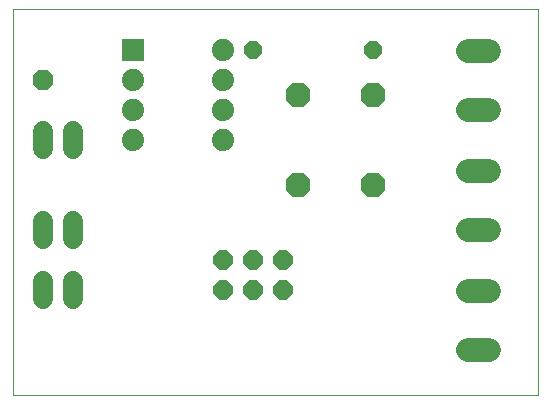
<source format=gbs>
G75*
%MOIN*%
%OFA0B0*%
%FSLAX25Y25*%
%IPPOS*%
%LPD*%
%AMOC8*
5,1,8,0,0,1.08239X$1,22.5*
%
%ADD10C,0.00000*%
%ADD11C,0.06800*%
%ADD12OC8,0.08300*%
%ADD13C,0.07850*%
%ADD14OC8,0.06000*%
%ADD15OC8,0.06400*%
%ADD16OC8,0.06800*%
%ADD17R,0.07400X0.07400*%
%ADD18C,0.07400*%
D10*
X0001800Y0001800D02*
X0001800Y0130501D01*
X0176721Y0130501D01*
X0176721Y0001800D01*
X0001800Y0001800D01*
D11*
X0011800Y0033800D02*
X0011800Y0039800D01*
X0021800Y0039800D02*
X0021800Y0033800D01*
X0021800Y0053800D02*
X0021800Y0059800D01*
X0011800Y0059800D02*
X0011800Y0053800D01*
X0011800Y0083800D02*
X0011800Y0089800D01*
X0021800Y0089800D02*
X0021800Y0083800D01*
D12*
X0096800Y0071800D03*
X0121800Y0071800D03*
X0121800Y0101800D03*
X0096800Y0101800D03*
D13*
X0153275Y0096957D02*
X0160325Y0096957D01*
X0160325Y0116643D02*
X0153275Y0116643D01*
X0153275Y0076643D02*
X0160325Y0076643D01*
X0160325Y0056957D02*
X0153275Y0056957D01*
X0153275Y0036643D02*
X0160325Y0036643D01*
X0160325Y0016957D02*
X0153275Y0016957D01*
D14*
X0121800Y0116800D03*
X0081800Y0116800D03*
D15*
X0081800Y0046800D03*
X0071800Y0046800D03*
X0071800Y0036800D03*
X0081800Y0036800D03*
X0091800Y0036800D03*
X0091800Y0046800D03*
D16*
X0011800Y0106800D03*
D17*
X0041800Y0116800D03*
D18*
X0041800Y0106800D03*
X0041800Y0096800D03*
X0041800Y0086800D03*
X0071800Y0086800D03*
X0071800Y0096800D03*
X0071800Y0106800D03*
X0071800Y0116800D03*
M02*

</source>
